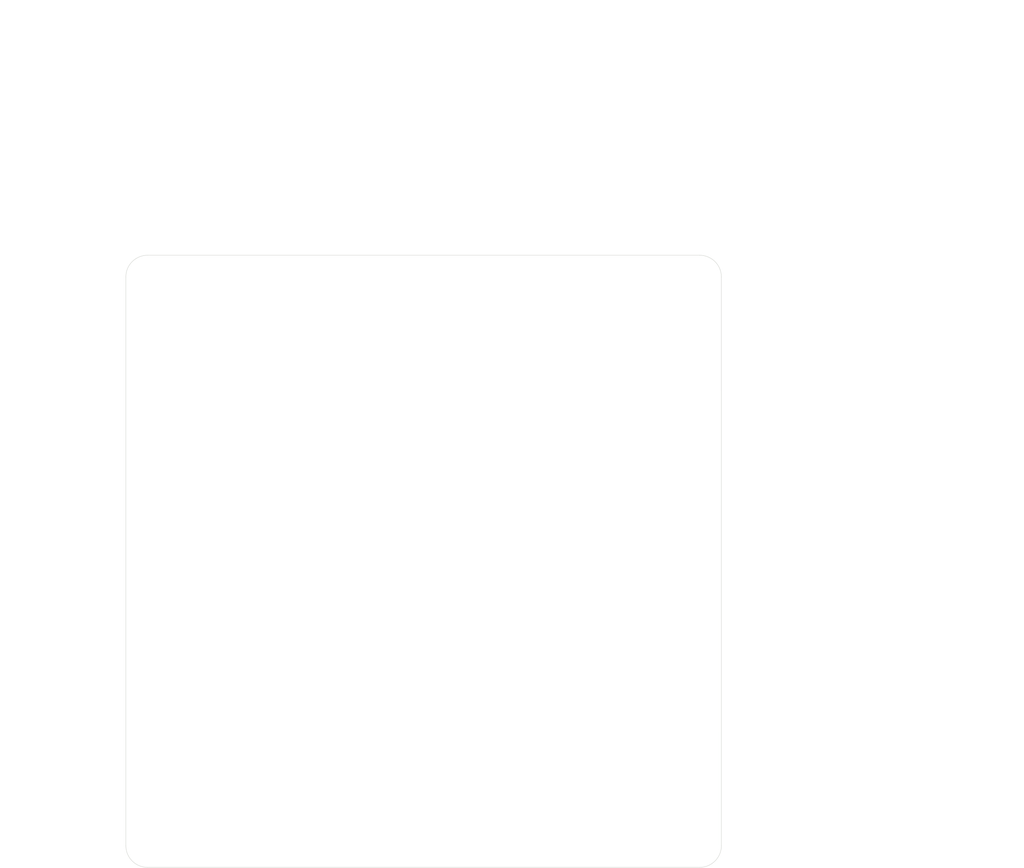
<source format=kicad_pcb>
(kicad_pcb (version 20210925) (generator pcbnew)
  (layers (0 "F.Cu" signal) (31 "B.Cu" signal) (34 "B.Paste" user) (35 "F.Paste" user) (36 "B.SilkS" user "B.Silkscreen") (37 "F.SilkS" user "F.Silkscreen") (38 "B.Mask" user) (39 "F.Mask" user) (44 "Edge.Cuts" user))
  (net 0 "")
  (footprint "MountingHole:MountingHole_3.2mm_M3" (layer "F.Cu") (at 67.056 58.928)
    (fp_text reference "H1" hide)
    (fp_text value "MountingHole" hide)
    (pad "" np_thru_hole circle locked (at 0 0) (size 3.2 3.2) (drill 3.2) (layers *.Cu *.Mask))
  )
  (footprint "MountingHole:MountingHole_3.2mm_M3" (layer "F.Cu") (at 67.056 123.444)
    (fp_text reference "H3" hide)
    (fp_text value "MountingHole" hide)
    (pad "" np_thru_hole circle locked (at 0 0) (size 3.2 3.2) (drill 3.2) (layers *.Cu *.Mask))
  )
  (footprint "MountingHole:MountingHole_3.2mm_M3" (layer "F.Cu") (at 129.54 58.928)
    (fp_text reference "H2" hide)
    (fp_text value "MountingHole" hide)
    (pad "" np_thru_hole circle locked (at 0 0) (size 3.2 3.2) (drill 3.2) (layers *.Cu *.Mask))
  )
  (footprint "MountingHole:MountingHole_3.2mm_M3" (layer "F.Cu") (at 129.54 123.444)
    (fp_text reference "H4" hide)
    (fp_text value "MountingHole" hide)
    (pad "" np_thru_hole circle locked (at 0 0) (size 3.2 3.2) (drill 3.2) (layers *.Cu *.Mask))
  )
  (gr_line (start 133.1468 57.912) (end 133.149 124.46) (layer "Edge.Cuts") (width 0.05))
  (gr_line (start 63.5 124.46) (end 63.5 57.912) (layer "Edge.Cuts") (width 0.05))
  (gr_line (start 66.04 127) (end 130.609 127) (layer "Edge.Cuts") (width 0.05))
  (gr_arc (start 66.04 57.912) (end 66.04 55.372) (angle -90) (layer "Edge.Cuts") (width 0.05))
  (gr_line (start 66.04 55.372) (end 130.6068 55.372) (layer "Edge.Cuts") (width 0.05))
  (gr_arc (start 66.04 124.46) (end 63.5 124.46) (angle -90) (layer "Edge.Cuts") (width 0.05))
  (gr_arc (start 130.609 124.46) (end 130.609 127) (angle -90) (layer "Edge.Cuts") (width 0.05))
  (gr_arc (start 130.6068 57.912) (end 133.1468 57.912) (angle -90) (layer "Edge.Cuts") (width 0.05))
)
</source>
